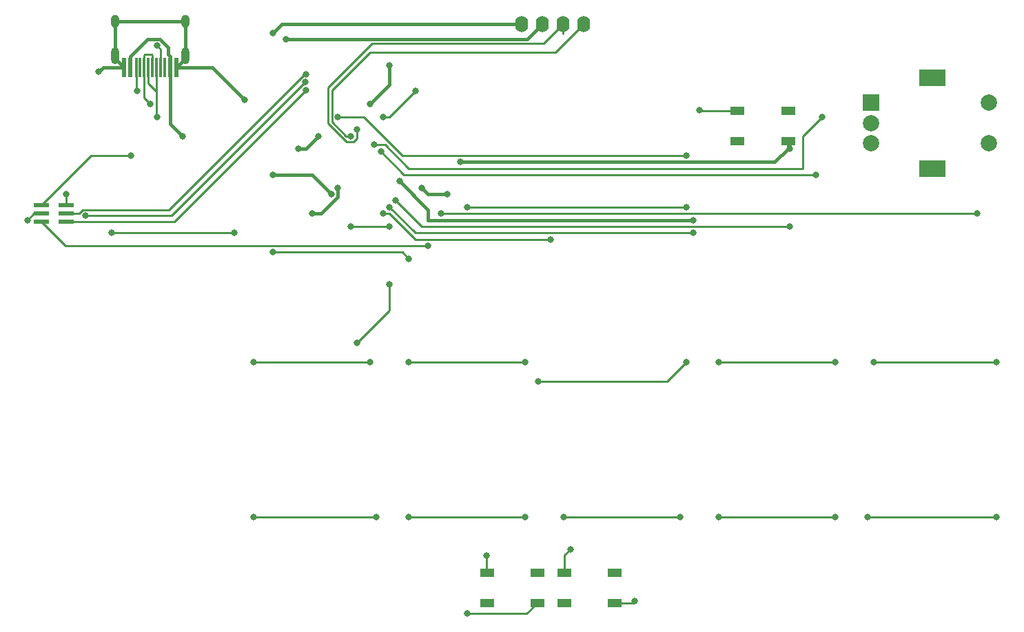
<source format=gbr>
%TF.GenerationSoftware,KiCad,Pcbnew,(5.1.9)-1*%
%TF.CreationDate,2021-03-29T02:27:37-07:00*%
%TF.ProjectId,millipad,6d696c6c-6970-4616-942e-6b696361645f,rev?*%
%TF.SameCoordinates,Original*%
%TF.FileFunction,Copper,L1,Top*%
%TF.FilePolarity,Positive*%
%FSLAX46Y46*%
G04 Gerber Fmt 4.6, Leading zero omitted, Abs format (unit mm)*
G04 Created by KiCad (PCBNEW (5.1.9)-1) date 2021-03-29 02:27:37*
%MOMM*%
%LPD*%
G01*
G04 APERTURE LIST*
%TA.AperFunction,SMDPad,CuDef*%
%ADD10R,1.800000X1.100000*%
%TD*%
%TA.AperFunction,SMDPad,CuDef*%
%ADD11R,1.850000X0.500000*%
%TD*%
%TA.AperFunction,ComponentPad*%
%ADD12O,1.600000X2.000000*%
%TD*%
%TA.AperFunction,SMDPad,CuDef*%
%ADD13R,0.600000X2.450000*%
%TD*%
%TA.AperFunction,SMDPad,CuDef*%
%ADD14R,0.300000X2.450000*%
%TD*%
%TA.AperFunction,ComponentPad*%
%ADD15O,1.000000X2.100000*%
%TD*%
%TA.AperFunction,ComponentPad*%
%ADD16O,1.000000X1.600000*%
%TD*%
%TA.AperFunction,ComponentPad*%
%ADD17C,2.000000*%
%TD*%
%TA.AperFunction,ComponentPad*%
%ADD18R,3.200000X2.000000*%
%TD*%
%TA.AperFunction,ComponentPad*%
%ADD19R,2.000000X2.000000*%
%TD*%
%TA.AperFunction,ViaPad*%
%ADD20C,0.800000*%
%TD*%
%TA.AperFunction,Conductor*%
%ADD21C,0.254000*%
%TD*%
%TA.AperFunction,Conductor*%
%ADD22C,0.381000*%
%TD*%
G04 APERTURE END LIST*
D10*
%TO.P,SW4,4*%
%TO.N,N/C*%
X138187500Y-108212500D03*
%TO.P,SW4,3*%
X144387500Y-104512500D03*
%TO.P,SW4,2*%
%TO.N,COL3*%
X138187500Y-104512500D03*
%TO.P,SW4,1*%
%TO.N,Net-(D15-Pad2)*%
X144387500Y-108212500D03*
%TD*%
%TO.P,SW3,4*%
%TO.N,N/C*%
X128662500Y-108212500D03*
%TO.P,SW3,3*%
X134862500Y-104512500D03*
%TO.P,SW3,2*%
%TO.N,COL2*%
X128662500Y-104512500D03*
%TO.P,SW3,1*%
%TO.N,Net-(D14-Pad2)*%
X134862500Y-108212500D03*
%TD*%
D11*
%TO.P,J1,6*%
%TO.N,KEYBOARD_RESET*%
X73881250Y-61325000D03*
%TO.P,J1,5*%
%TO.N,B1_SCLK*%
X76931250Y-61325000D03*
%TO.P,J1,4*%
%TO.N,B2_MOSI*%
X73881250Y-60325000D03*
%TO.P,J1,3*%
%TO.N,B3_MISO*%
X76931250Y-60325000D03*
%TO.P,J1,2*%
%TO.N,KEYBOARD_VCC*%
X73881250Y-59325000D03*
%TO.P,J1,1*%
%TO.N,KEYBOARD_GND*%
X76931250Y-59325000D03*
%TD*%
D12*
%TO.P,Brd1,2*%
%TO.N,KEYBOARD_VCC*%
X135445000Y-37025000D03*
%TO.P,Brd1,1*%
%TO.N,KEYBOARD_GND*%
X132905000Y-37025000D03*
%TO.P,Brd1,3*%
%TO.N,SCL*%
X137985000Y-37025000D03*
%TO.P,Brd1,4*%
%TO.N,SDA*%
X140525000Y-37025000D03*
%TD*%
D13*
%TO.P,USB1,12*%
%TO.N,KEYBOARD_GND*%
X84087500Y-42326250D03*
%TO.P,USB1,1*%
X90537500Y-42326250D03*
%TO.P,USB1,11*%
%TO.N,VCC*%
X84862500Y-42326250D03*
%TO.P,USB1,2*%
X89762500Y-42326250D03*
D14*
%TO.P,USB1,3*%
%TO.N,Net-(USB1-Pad3)*%
X89062500Y-42326250D03*
%TO.P,USB1,10*%
%TO.N,Net-(R5-Pad1)*%
X85562500Y-42326250D03*
%TO.P,USB1,4*%
%TO.N,Net-(R6-Pad1)*%
X88562500Y-42326250D03*
%TO.P,USB1,9*%
%TO.N,Net-(USB1-Pad9)*%
X86062500Y-42326250D03*
%TO.P,USB1,5*%
%TO.N,D-*%
X88062500Y-42326250D03*
%TO.P,USB1,8*%
%TO.N,D+*%
X86562500Y-42326250D03*
%TO.P,USB1,7*%
%TO.N,D-*%
X87062500Y-42326250D03*
%TO.P,USB1,6*%
%TO.N,D+*%
X87562500Y-42326250D03*
D15*
%TO.P,USB1,13*%
%TO.N,KEYBOARD_GND*%
X91632500Y-40911250D03*
X82992500Y-40911250D03*
D16*
X91632500Y-36731250D03*
X82992500Y-36731250D03*
%TD*%
D17*
%TO.P,SW2,S1*%
%TO.N,COL6*%
X190356250Y-51712500D03*
%TO.P,SW2,S2*%
%TO.N,Net-(D13-Pad2)*%
X190356250Y-46712500D03*
D18*
%TO.P,SW2,MP*%
%TO.N,N/C*%
X183356250Y-54812500D03*
X183356250Y-43612500D03*
D17*
%TO.P,SW2,B*%
%TO.N,ENC_B*%
X175856250Y-51712500D03*
%TO.P,SW2,C*%
%TO.N,KEYBOARD_GND*%
X175856250Y-49212500D03*
D19*
%TO.P,SW2,A*%
%TO.N,ENC_A*%
X175856250Y-46712500D03*
%TD*%
D10*
%TO.P,SW1,4*%
%TO.N,N/C*%
X159460000Y-51380000D03*
%TO.P,SW1,3*%
X165660000Y-47680000D03*
%TO.P,SW1,2*%
%TO.N,KEYBOARD_RESET*%
X159460000Y-47680000D03*
%TO.P,SW1,1*%
%TO.N,KEYBOARD_GND*%
X165660000Y-51380000D03*
%TD*%
D20*
%TO.N,Net-(C4-Pad1)*%
X119856250Y-45243750D03*
X115887500Y-48418750D03*
%TO.N,ENC_A*%
X114776226Y-51848038D03*
X169862500Y-48418750D03*
%TO.N,ENC_B*%
X115628705Y-52708663D03*
X169068750Y-55562500D03*
%TO.N,ROW0*%
X100012500Y-78581250D03*
X114300000Y-78581250D03*
X119062500Y-78581250D03*
X133350000Y-78581250D03*
X134937500Y-80962500D03*
X153193750Y-78581250D03*
X157162500Y-78581250D03*
X171450000Y-78581250D03*
X176212500Y-78581250D03*
X191293750Y-78581250D03*
%TO.N,ROW1*%
X191293750Y-97631250D03*
X175418750Y-97631250D03*
X171450000Y-97631250D03*
X157162500Y-97631250D03*
X152400000Y-97631250D03*
X138112500Y-97631250D03*
X133350000Y-97631250D03*
X119062500Y-97631250D03*
X115093750Y-97631250D03*
X100012500Y-97631250D03*
X116681250Y-69056250D03*
X112712500Y-76200000D03*
%TO.N,VCC*%
X91281250Y-50800000D03*
%TO.N,COL0*%
X82550000Y-62706250D03*
X97631250Y-62706250D03*
%TO.N,COL2*%
X119062500Y-65881250D03*
X102393750Y-65087500D03*
X128587500Y-102393750D03*
%TO.N,COL3*%
X136525000Y-63500000D03*
X115887500Y-60325000D03*
X138906250Y-101600000D03*
%TO.N,COL4*%
X153987500Y-62706250D03*
X116681250Y-59531250D03*
%TO.N,COL5*%
X165893750Y-61912500D03*
X117475000Y-58737500D03*
%TO.N,D-*%
X88106250Y-48418750D03*
%TO.N,D+*%
X87312500Y-46831250D03*
%TO.N,Net-(R4-Pad2)*%
X116681250Y-61912500D03*
X111918750Y-61912500D03*
%TO.N,Net-(R5-Pad1)*%
X85725000Y-45243750D03*
%TO.N,Net-(R6-Pad1)*%
X88106250Y-39687500D03*
%TO.N,COL6*%
X188912500Y-60325000D03*
X123031250Y-60325000D03*
%TO.N,SCL*%
X112712500Y-50006250D03*
%TO.N,SDA*%
X111918750Y-50800000D03*
%TO.N,KEYBOARD_VCC*%
X105494164Y-52343915D03*
X107950000Y-50800000D03*
X102393750Y-55562500D03*
X109537500Y-57943750D03*
X153987500Y-61118750D03*
X117937177Y-56364930D03*
X103981250Y-38893750D03*
X84931250Y-53181250D03*
%TO.N,KEYBOARD_GND*%
X165893750Y-52387500D03*
X107156250Y-60325000D03*
X110331250Y-57150000D03*
X114300000Y-46831250D03*
X116681250Y-42068750D03*
X125412500Y-53975000D03*
X123825000Y-57943750D03*
X120650000Y-57150000D03*
X80962500Y-42862500D03*
X98901250Y-46355000D03*
X102393750Y-38100000D03*
X76993750Y-57943750D03*
%TO.N,KEYBOARD_RESET*%
X154781250Y-47625000D03*
X110331250Y-48418750D03*
X153193750Y-53181250D03*
X121443750Y-64293750D03*
X126206250Y-59531250D03*
X153193750Y-59531250D03*
%TO.N,B1_SCLK*%
X106446468Y-45159782D03*
%TO.N,B2_MOSI*%
X106328986Y-44166705D03*
X79375000Y-60598000D03*
X72231250Y-61118750D03*
%TO.N,B3_MISO*%
X106394500Y-43168852D03*
%TO.N,Net-(D14-Pad2)*%
X126206250Y-109537500D03*
%TO.N,Net-(D15-Pad2)*%
X146843750Y-107950000D03*
%TD*%
D21*
%TO.N,Net-(C4-Pad1)*%
X116681250Y-48418750D02*
X115887500Y-48418750D01*
X119856250Y-45243750D02*
X116681250Y-48418750D01*
%TO.N,ENC_A*%
X114776226Y-51848038D02*
X116141788Y-51848038D01*
X116141788Y-51848038D02*
X119062500Y-54768750D01*
X119062500Y-54768750D02*
X164588462Y-54768750D01*
X164588462Y-54768750D02*
X167481250Y-54768750D01*
X167481250Y-50800000D02*
X169862500Y-48418750D01*
X167481250Y-54768750D02*
X167481250Y-50800000D01*
%TO.N,ENC_B*%
X118482542Y-55562500D02*
X169068750Y-55562500D01*
X115628705Y-52708663D02*
X118482542Y-55562500D01*
%TO.N,ROW0*%
X100012500Y-78581250D02*
X114300000Y-78581250D01*
X119062500Y-78581250D02*
X133350000Y-78581250D01*
X134937500Y-80962500D02*
X149225000Y-80962500D01*
X150812500Y-80962500D02*
X153193750Y-78581250D01*
X149225000Y-80962500D02*
X150812500Y-80962500D01*
X157162500Y-78581250D02*
X171450000Y-78581250D01*
X176212500Y-78581250D02*
X191293750Y-78581250D01*
%TO.N,ROW1*%
X191293750Y-97631250D02*
X175418750Y-97631250D01*
X171450000Y-97631250D02*
X157162500Y-97631250D01*
X152400000Y-97631250D02*
X138112500Y-97631250D01*
X133350000Y-97631250D02*
X119062500Y-97631250D01*
X115093750Y-97631250D02*
X100012500Y-97631250D01*
X116681250Y-72231250D02*
X112712500Y-76200000D01*
X116681250Y-69056250D02*
X116681250Y-72231250D01*
D22*
%TO.N,VCC*%
X89762500Y-49281250D02*
X91281250Y-50800000D01*
X89762500Y-42326250D02*
X89762500Y-49281250D01*
X89762500Y-41000192D02*
X89762500Y-42326250D01*
X89486999Y-40724691D02*
X89762500Y-41000192D01*
X89486999Y-39898307D02*
X89486999Y-40724691D01*
X88485691Y-38896999D02*
X89486999Y-39898307D01*
X86965693Y-38896999D02*
X88485691Y-38896999D01*
X84862500Y-41000192D02*
X86965693Y-38896999D01*
X84862500Y-42326250D02*
X84862500Y-41000192D01*
D21*
%TO.N,COL0*%
X82550000Y-62706250D02*
X97631250Y-62706250D01*
%TO.N,COL2*%
X118268750Y-65087500D02*
X102393750Y-65087500D01*
X119062500Y-65881250D02*
X118268750Y-65087500D01*
X128587500Y-104437500D02*
X128662500Y-104512500D01*
X128587500Y-102393750D02*
X128587500Y-104437500D01*
%TO.N,COL3*%
X136525000Y-63500000D02*
X119856250Y-63500000D01*
X116681250Y-60325000D02*
X115887500Y-60325000D01*
X119856250Y-63500000D02*
X116681250Y-60325000D01*
X138187500Y-102318750D02*
X138187500Y-104512500D01*
X138906250Y-101600000D02*
X138187500Y-102318750D01*
%TO.N,COL4*%
X153987500Y-62706250D02*
X120650000Y-62706250D01*
X119856250Y-62706250D02*
X116681250Y-59531250D01*
X120650000Y-62706250D02*
X119856250Y-62706250D01*
%TO.N,COL5*%
X120650000Y-61912500D02*
X117475000Y-58737500D01*
X165893750Y-61912500D02*
X120650000Y-61912500D01*
%TO.N,D-*%
X88062500Y-48375000D02*
X88106250Y-48418750D01*
X87062500Y-44287500D02*
X88062500Y-45287500D01*
X87062500Y-42326250D02*
X87062500Y-44287500D01*
X88062500Y-45287500D02*
X88062500Y-48375000D01*
X88062500Y-42326250D02*
X88062500Y-45287500D01*
%TO.N,D+*%
X87562500Y-40862648D02*
X87562500Y-42326250D01*
X86650899Y-40774249D02*
X87474101Y-40774249D01*
X87474101Y-40774249D02*
X87562500Y-40862648D01*
X86562500Y-40862648D02*
X86650899Y-40774249D01*
X86562500Y-42326250D02*
X86562500Y-40862648D01*
X86562500Y-46081250D02*
X87312500Y-46831250D01*
X86562500Y-42326250D02*
X86562500Y-46081250D01*
%TO.N,Net-(R4-Pad2)*%
X116681250Y-61912500D02*
X111918750Y-61912500D01*
%TO.N,Net-(R5-Pad1)*%
X85562500Y-45081250D02*
X85725000Y-45243750D01*
X85562500Y-42326250D02*
X85562500Y-45081250D01*
%TO.N,Net-(R6-Pad1)*%
X88562500Y-40143750D02*
X88562500Y-42326250D01*
X88106250Y-39687500D02*
X88562500Y-40143750D01*
%TO.N,COL6*%
X188912500Y-60325000D02*
X123031250Y-60325000D01*
%TO.N,SCL*%
X137985000Y-37025000D02*
X137985000Y-38227500D01*
X135598740Y-39411260D02*
X114576240Y-39411260D01*
X137985000Y-37025000D02*
X135598740Y-39411260D01*
X112712500Y-51082212D02*
X112712500Y-50006250D01*
X112267711Y-51527001D02*
X112712500Y-51082212D01*
X111437999Y-51527001D02*
X112267711Y-51527001D01*
X109150239Y-49239241D02*
X111437999Y-51527001D01*
X109150239Y-44837261D02*
X109150239Y-49239241D01*
X114576240Y-39411260D02*
X109150239Y-44837261D01*
%TO.N,SDA*%
X109604249Y-49051184D02*
X109604249Y-45177001D01*
X111353065Y-50800000D02*
X109604249Y-49051184D01*
X111918750Y-50800000D02*
X111353065Y-50800000D01*
X109604249Y-45177001D02*
X114300000Y-40481250D01*
X137068750Y-40481250D02*
X140525000Y-37025000D01*
X114300000Y-40481250D02*
X137068750Y-40481250D01*
D22*
%TO.N,KEYBOARD_VCC*%
X106406085Y-52343915D02*
X107950000Y-50800000D01*
X105494164Y-52343915D02*
X106406085Y-52343915D01*
X102393750Y-55562500D02*
X107156250Y-55562500D01*
X107156250Y-55562500D02*
X109537500Y-57943750D01*
X153987500Y-61118750D02*
X121443750Y-61118750D01*
X121443750Y-59871503D02*
X117937177Y-56364930D01*
X121443750Y-61118750D02*
X121443750Y-59871503D01*
X133576250Y-38893750D02*
X103981250Y-38893750D01*
X135445000Y-37025000D02*
X133576250Y-38893750D01*
D21*
X80025000Y-53181250D02*
X73881250Y-59325000D01*
X84931250Y-53181250D02*
X80025000Y-53181250D01*
D22*
%TO.N,KEYBOARD_GND*%
X165893750Y-51613750D02*
X165660000Y-51380000D01*
X165893750Y-52387500D02*
X165893750Y-51613750D01*
X110331250Y-58319942D02*
X110331250Y-57150000D01*
X108326192Y-60325000D02*
X110331250Y-58319942D01*
X107156250Y-60325000D02*
X108326192Y-60325000D01*
X116681250Y-44450000D02*
X116681250Y-42068750D01*
X114300000Y-46831250D02*
X116681250Y-44450000D01*
X163996000Y-53975000D02*
X125412500Y-53975000D01*
X165660000Y-52311000D02*
X163996000Y-53975000D01*
X165660000Y-51380000D02*
X165660000Y-52311000D01*
X121443750Y-57943750D02*
X120650000Y-57150000D01*
X123825000Y-57943750D02*
X121443750Y-57943750D01*
X82992500Y-41231250D02*
X84087500Y-42326250D01*
X82992500Y-40911250D02*
X82992500Y-41231250D01*
X91632500Y-41231250D02*
X90537500Y-42326250D01*
X91632500Y-40911250D02*
X91632500Y-41231250D01*
X82992500Y-36731250D02*
X82992500Y-40911250D01*
X82992500Y-36731250D02*
X91632500Y-36731250D01*
X91632500Y-40911250D02*
X91632500Y-36731250D01*
X81498750Y-42326250D02*
X80962500Y-42862500D01*
X84087500Y-42326250D02*
X81498750Y-42326250D01*
X94872500Y-42326250D02*
X98901250Y-46355000D01*
X90537500Y-42326250D02*
X94872500Y-42326250D01*
X103468750Y-37025000D02*
X102393750Y-38100000D01*
X132905000Y-37025000D02*
X103468750Y-37025000D01*
D21*
X76993750Y-59262500D02*
X76931250Y-59325000D01*
X76993750Y-57943750D02*
X76993750Y-59262500D01*
%TO.N,KEYBOARD_RESET*%
X154836250Y-47680000D02*
X154781250Y-47625000D01*
X159460000Y-47680000D02*
X154836250Y-47680000D01*
X110331250Y-48418750D02*
X113506250Y-48418750D01*
X113506250Y-48418750D02*
X118268750Y-53181250D01*
X118268750Y-53181250D02*
X153193750Y-53181250D01*
X76850000Y-64293750D02*
X121443750Y-64293750D01*
X73881250Y-61325000D02*
X76850000Y-64293750D01*
X126206250Y-59531250D02*
X153193750Y-59531250D01*
%TO.N,B1_SCLK*%
X90281250Y-61325000D02*
X106446468Y-45159782D01*
X76931250Y-61325000D02*
X90281250Y-61325000D01*
%TO.N,B2_MOSI*%
X89932288Y-60598000D02*
X79375000Y-60598000D01*
X106363583Y-44166705D02*
X89932288Y-60598000D01*
X106328986Y-44166705D02*
X106363583Y-44166705D01*
X73025000Y-60325000D02*
X73881250Y-60325000D01*
X72231250Y-61118750D02*
X73025000Y-60325000D01*
%TO.N,B3_MISO*%
X106250877Y-43168852D02*
X106394500Y-43168852D01*
X89548730Y-59870999D02*
X106250877Y-43168852D01*
X79026039Y-59870999D02*
X89548730Y-59870999D01*
X78572038Y-60325000D02*
X79026039Y-59870999D01*
X76931250Y-60325000D02*
X78572038Y-60325000D01*
%TO.N,Net-(D14-Pad2)*%
X133537500Y-109537500D02*
X126206250Y-109537500D01*
X134862500Y-108212500D02*
X133537500Y-109537500D01*
%TO.N,Net-(D15-Pad2)*%
X146581250Y-108212500D02*
X146843750Y-107950000D01*
X144387500Y-108212500D02*
X146581250Y-108212500D01*
%TD*%
M02*

</source>
